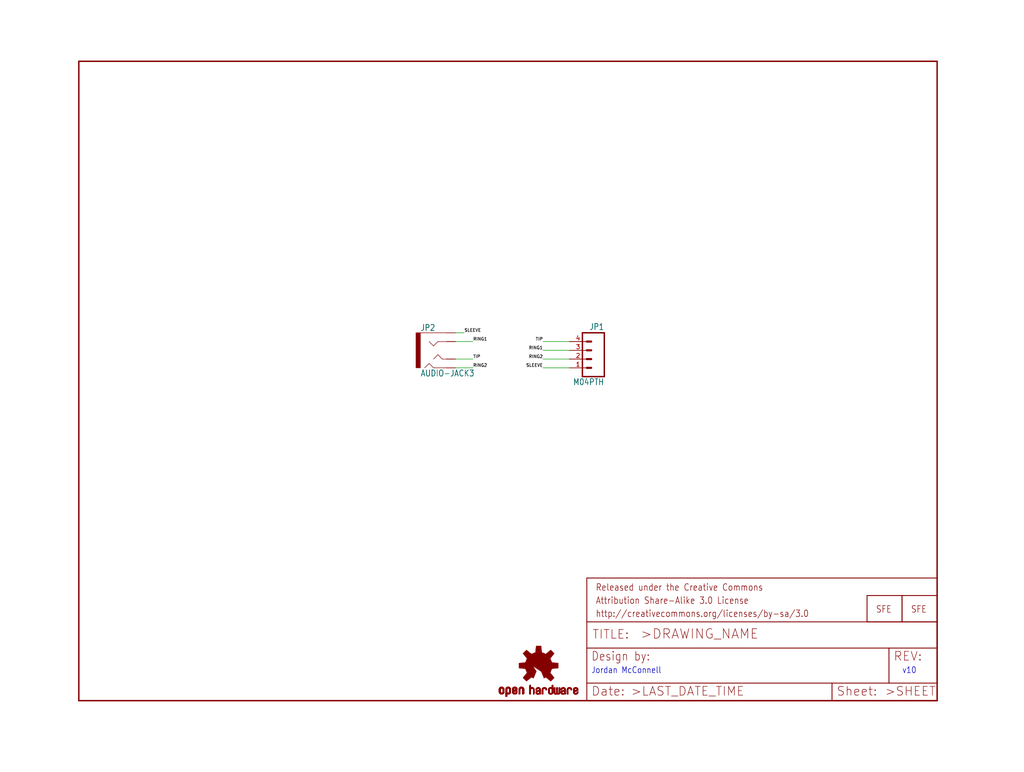
<source format=kicad_sch>
(kicad_sch (version 20211123) (generator eeschema)
  (paper "User" 297.002 223.926)
  (lib_symbols
    (symbol "eagleSchem-eagle-import:AUDIO-JACK3"
      (property "Value" "AUDIO-JACK3" (at -5.08 -7.62 0))
      (symbol "AUDIO-JACK3_1_0"
        (pin bidirectional line (at 5.08 5.08 180) (length 2.54) (name "EARTH") (number "EARTH"))
        (pin bidirectional line (at 5.08 2.54 180) (length 2.54) (name "RING1") (number "RING1"))
        (pin bidirectional line (at 5.08 -5.08 180) (length 2.54) (name "RING2") (number "RING2"))
        (pin bidirectional line (at 5.08 -2.54 180) (length 2.54) (name "TIP") (number "TIP"))
      )
    )
    (symbol "eagleSchem-eagle-import:FRAME-LETTER"
      (symbol "FRAME-LETTER_2_0"
        (text ">DRAWING_NAME" (at 15.494 17.78 0) (effects (font (size 2.7432 2.7432)) (justify left bottom)))
        (text ">LAST_DATE_TIME" (at 12.7 1.27 0) (effects (font (size 2.54 2.54)) (justify left bottom)))
        (text ">SHEET" (at 86.36 1.27 0) (effects (font (size 2.54 2.54)) (justify left bottom)))
        (text "Attribution Share-Alike 3.0 License" (at 2.54 27.94 0) (effects (font (size 1.9304 1.6408)) (justify left bottom)))
        (text "Date:" (at 1.27 1.27 0) (effects (font (size 2.54 2.54)) (justify left bottom)))
        (text "Design by:" (at 1.27 11.43 0) (effects (font (size 2.54 2.159)) (justify left bottom)))
        (text "http://creativecommons.org/licenses/by-sa/3.0" (at 2.54 24.13 0) (effects (font (size 1.9304 1.6408)) (justify left bottom)))
        (text "Released under the Creative Commons" (at 2.54 31.75 0) (effects (font (size 1.9304 1.6408)) (justify left bottom)))
        (text "REV:" (at 88.9 11.43 0) (effects (font (size 2.54 2.54)) (justify left bottom)))
        (text "Sheet:" (at 72.39 1.27 0) (effects (font (size 2.54 2.54)) (justify left bottom)))
        (text "TITLE:" (at 1.524 17.78 0) (effects (font (size 2.54 2.54)) (justify left bottom)))
      )
    )
    (symbol "eagleSchem-eagle-import:LOGO-SFESK"
      (symbol "LOGO-SFESK_1_0"
        (text "SFE" (at 0 0 0) (effects (font (size 1.9304 1.6408)) (justify left bottom)))
      )
    )
    (symbol "eagleSchem-eagle-import:M04PTH"
      (property "Reference" "JP" (at -5.08 8.382 0))
      (property "Value" "M04PTH" (at -5.08 -7.62 0))
      (symbol "M04PTH_1_0"
        (pin passive line (at 5.08 -2.54 180) (length 5.08) (name "1") (number "1"))
        (pin passive line (at 5.08 0 180) (length 5.08) (name "2") (number "2"))
        (pin passive line (at 5.08 2.54 180) (length 5.08) (name "3") (number "3"))
        (pin passive line (at 5.08 5.08 180) (length 5.08) (name "4") (number "4"))
      )
    )
    (symbol "eagleSchem-eagle-import:OSHW-LOGOS")
  )
  (wire (pts (xy 165.1 101.6) (xy 157.48 101.6)))
  (wire (pts (xy 132.08 104.14) (xy 137.16 104.14)))
  (wire (pts (xy 165.1 104.14) (xy 157.48 104.14)))
  (wire (pts (xy 165.1 106.68) (xy 157.48 106.68)))
  (wire (pts (xy 132.08 106.68) (xy 137.16 106.68)))
  (wire (pts (xy 132.08 99.06) (xy 137.16 99.06)))
  (wire (pts (xy 132.08 96.52) (xy 134.62 96.52)))
  (wire (pts (xy 165.1 99.06) (xy 157.48 99.06)))
  (text "Jordan McConnell" (at 171.45 195.58 180) (effects (font (size 1.778 1.5113)) (justify left bottom)))
  (text "v10" (at 261.62 195.58 180) (effects (font (size 1.778 1.5113)) (justify left bottom)))
  (label "RING2" (at 157.48 104.14 180) (effects (font (size 0.889 0.889))))
  (label "SLEEVE" (at 157.48 106.68 180) (effects (font (size 0.889 0.889))))
  (label "TIP" (at 137.16 104.14 0) (effects (font (size 0.889 0.889))))
  (label "RING1" (at 157.48 101.6 180) (effects (font (size 0.889 0.889))))
  (label "RING1" (at 137.16 99.06 0) (effects (font (size 0.889 0.889))))
  (label "RING2" (at 137.16 106.68 0) (effects (font (size 0.889 0.889))))
  (label "SLEEVE" (at 134.62 96.52 0) (effects (font (size 0.889 0.889))))
  (label "TIP" (at 157.48 99.06 180) (effects (font (size 0.889 0.889))))
  (symbol (lib_id "eagleSchem-eagle-import:FRAME-LETTER") (at 22.86 203.2 0) (unit 1)
    (property "Reference" "FRAME1" (effects hide))
    (property "Value" "FRAME-LETTER" (effects hide))
    (property "Footprint" "eagleSchem:CREATIVE_COMMONS" (effects hide))
  )
  (symbol (lib_id "eagleSchem-eagle-import:M04PTH") (at 170.18 104.14 0) (mirror y) (unit 1)
    (property "Reference" "JP1" (at 175.26 95.758 0) (effects (font (size 1.778 1.5113)) (justify left bottom)))
    (property "Value" "M04PTH" (at 175.26 111.76 0) (effects (font (size 1.778 1.5113)) (justify left bottom)))
    (property "Footprint" "eagleSchem:1X04" (effects hide))
  )
  (symbol (lib_id "eagleSchem-eagle-import:FRAME-LETTER") (at 170.18 203.2 0) (unit 2)
    (property "Reference" "FRAME1" (effects hide))
    (property "Value" "FRAME-LETTER" (effects hide))
    (property "Footprint" "eagleSchem:CREATIVE_COMMONS" (effects hide))
  )
  (symbol (lib_id "eagleSchem-eagle-import:AUDIO-JACK3") (at 127 101.6 0) (unit 1)
    (property "Reference" "JP2" (at 121.92 96.012 0) (effects (font (size 1.778 1.5113)) (justify left bottom)))
    (property "Value" "AUDIO-JACK3" (at 121.92 109.22 0) (effects (font (size 1.778 1.5113)) (justify left bottom)))
    (property "Footprint" "eagleSchem:AUDIO-JACK-TRRS-SMD" (effects hide))
  )
  (symbol (lib_id "eagleSchem-eagle-import:LOGO-SFESK") (at 264.16 177.8 0) (unit 1)
    (property "Reference" "JP3" (effects hide))
    (property "Value" "LOGO-SFESK" (effects hide))
    (property "Footprint" "eagleSchem:SFE-LOGO-FLAME" (effects hide))
  )
  (symbol (lib_id "eagleSchem-eagle-import:LOGO-SFESK") (at 254 177.8 0) (unit 1)
    (property "Reference" "JP4" (effects hide))
    (property "Value" "LOGO-SFESK" (effects hide))
    (property "Footprint" "eagleSchem:SFE-LOGO-FLAME" (effects hide))
  )
  (symbol (lib_id "eagleSchem-eagle-import:OSHW-LOGOS") (at 156.21 193.04 0) (unit 1)
    (property "Reference" "U$1" (effects hide))
    (property "Value" "OSHW-LOGOS" (effects hide))
    (property "Footprint" "eagleSchem:OSHW-LOGO-S" (effects hide))
  )
)
</source>
